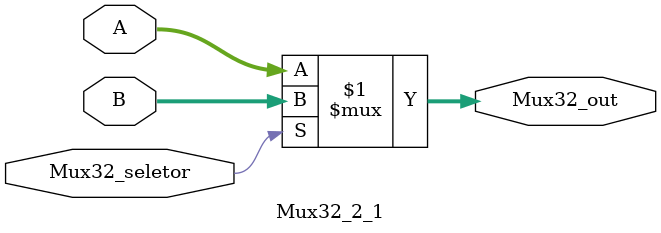
<source format=sv>
module  Mux32_2_1 (
	input  logic  [31:0] A, 
	input  logic  [31:0] B,
	input  logic  Mux32_seletor, 
	output logic  [31:0]Mux32_out
);

assign Mux32_out = (Mux32_seletor) ? B : A;

endmodule

/*	input  logic  [31:0] A, 
	input  logic  [31:0] B,
	input  logic  Mux32_seletor, 
	output logic  [31:0]Mux32_out
	*/
</source>
